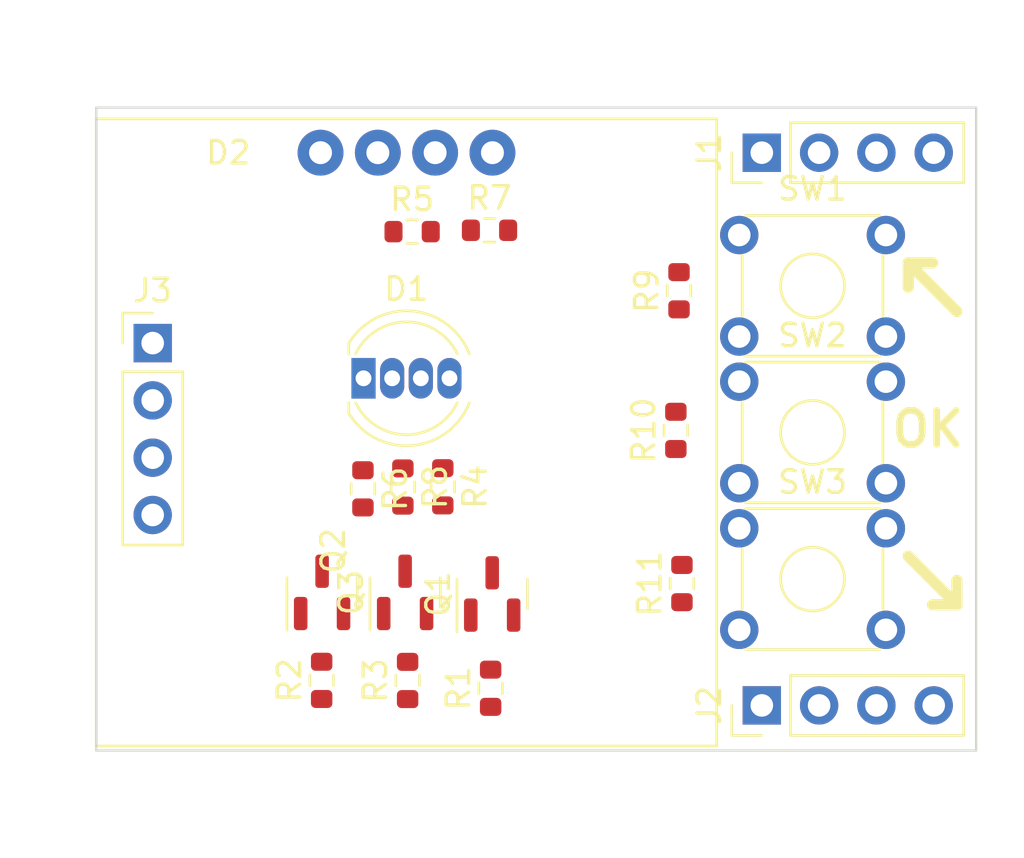
<source format=kicad_pcb>
(kicad_pcb (version 20211014) (generator pcbnew)
  (layers (0 "F.Cu" signal) (31 "B.Cu" signal) (34 "B.Paste" user) (35 "F.Paste" user) (36 "B.SilkS" user "B.Silkscreen") (37 "F.SilkS" user "F.Silkscreen") (38 "B.Mask" user) (39 "F.Mask" user) (44 "Edge.Cuts" user))
  (net 0 "")
  (net 1 "LED_R")
  (net 2 "Net-(Q1-Pad1)")
  (net 3 "LED_G")
  (net 4 "Net-(Q2-Pad1)")
  (net 5 "LED_B")
  (net 6 "Net-(Q3-Pad1)")
  (net 7 "Net-(D1-Pad4)")
  (net 8 "Net-(Q1-Pad3)")
  (net 9 "VCC")
  (net 10 "SCL")
  (net 11 "Net-(D1-Pad1)")
  (net 12 "Net-(Q2-Pad3)")
  (net 13 "SDA")
  (net 14 "Net-(D1-Pad2)")
  (net 15 "Net-(Q3-Pad3)")
  (net 16 "TACT1")
  (net 17 "TACT2")
  (net 18 "TACT3")
  (net 19 "GND")
  (net 20 "VCCL")
  (footprint "Ninja-qPCR:I2C_SSD1306_LCD" (layer "F.Cu") (at 13.75 0.5)
    (fp_text reference "D2" (at -7.9 1.5) (layer "F.SilkS"))
    (fp_text value "I2C_SSD1306_LCD")
    (fp_line (start -13.75 0) (end -13.75 27.8) (layer "F.SilkS") (width 0.12))
    (fp_line (start -13.75 0) (end 13.75 0) (layer "F.SilkS") (width 0.12))
    (fp_line (start -13.75 27.8) (end 13.75 27.8) (layer "F.SilkS") (width 0.12))
    (fp_line (start 13.75 0) (end 13.75 27.8) (layer "F.SilkS") (width 0.12))
    (pad "" np_thru_hole circle locked (at -11.75 25.8) (size 2 2) (drill 2) (layers *.Cu *.Mask))
    (pad "" np_thru_hole circle locked (at 11.75 2) (size 2 2) (drill 2) (layers *.Cu *.Mask))
    (pad "" np_thru_hole circle locked (at 11.75 25.8) (size 2 2) (drill 2) (layers *.Cu *.Mask))
    (pad "" np_thru_hole circle locked (at -11.75 2) (size 2 2) (drill 2) (layers *.Cu *.Mask))
    (pad "1" thru_hole oval locked (at -3.81 1.5) (size 2.032 2.032) (drill 1.016) (layers *.Cu *.Mask) (net 19 "GND"))
    (pad "2" thru_hole oval locked (at -1.27 1.5) (size 2.032 2.032) (drill 1.016) (layers *.Cu *.Mask) (net 9 "VCC"))
    (pad "3" thru_hole oval locked (at 1.27 1.5) (size 2.032 2.032) (drill 1.016) (layers *.Cu *.Mask) (net 10 "SCL"))
    (pad "4" thru_hole oval locked (at 3.81 1.5) (size 2.032 2.032) (drill 1.016) (layers *.Cu *.Mask) (net 13 "SDA"))
  )
  (footprint "Resistor_SMD:R_0603_1608Metric" (layer "F.Cu") (at 13.59 16.82 -90)
    (fp_text reference "R8" (at 0 -1.43 90) (layer "F.SilkS"))
    (fp_text value "R")
    (fp_line (start -0.237258 -0.5225) (end 0.237258 -0.5225) (layer "F.SilkS") (width 0.12))
    (fp_line (start -0.237258 0.5225) (end 0.237258 0.5225) (layer "F.SilkS") (width 0.12))
    (pad "1" smd roundrect (at -0.825 0 270) (size 0.8 0.95) (layers "F.Cu" "F.Paste" "F.Mask") (net 14 "Net-(D1-Pad2)"))
    (pad "2" smd roundrect (at 0.825 0 270) (size 0.8 0.95) (layers "F.Cu" "F.Paste" "F.Mask") (net 15 "Net-(Q3-Pad3)"))
  )
  (footprint "Connector_PinHeader_2.54mm:PinHeader_1x04_P2.54mm_Vertical" (layer "F.Cu") (at 29.5 2 90)
    (fp_text reference "J1" (at 0 -2.33 90) (layer "F.SilkS"))
    (fp_text value "Conn_01x04_Male")
    (fp_line (start 1.33 1.27) (end 1.33 8.95) (layer "F.SilkS") (width 0.12))
    (fp_line (start -1.33 8.95) (end 1.33 8.95) (layer "F.SilkS") (width 0.12))
    (fp_line (start -1.33 0) (end -1.33 -1.33) (layer "F.SilkS") (width 0.12))
    (fp_line (start -1.33 1.27) (end -1.33 8.95) (layer "F.SilkS") (width 0.12))
    (fp_line (start -1.33 1.27) (end 1.33 1.27) (layer "F.SilkS") (width 0.12))
    (fp_line (start -1.33 -1.33) (end 0 -1.33) (layer "F.SilkS") (width 0.12))
    (pad "1" thru_hole rect (at 0 0 90) (size 1.7 1.7) (drill 1) (layers *.Cu *.Mask) (net 9 "VCC"))
    (pad "2" thru_hole oval (at 0 2.54 90) (size 1.7 1.7) (drill 1) (layers *.Cu *.Mask) (net 10 "SCL"))
    (pad "3" thru_hole oval (at 0 5.08 90) (size 1.7 1.7) (drill 1) (layers *.Cu *.Mask) (net 13 "SDA"))
    (pad "4" thru_hole oval (at 0 7.62 90) (size 1.7 1.7) (drill 1) (layers *.Cu *.Mask) (net 19 "GND"))
  )
  (footprint "Package_TO_SOT_SMD:SOT-23" (layer "F.Cu") (at 10.01 21.49 90)
    (fp_text reference "Q2" (at 1.85 0.49 90) (layer "F.SilkS"))
    (fp_text value "Q_NPN_BEC")
    (fp_line (start 0 -1.56) (end 0.65 -1.56) (layer "F.SilkS") (width 0.12))
    (fp_line (start 0 1.56) (end 0.65 1.56) (layer "F.SilkS") (width 0.12))
    (fp_line (start 0 -1.56) (end -1.675 -1.56) (layer "F.SilkS") (width 0.12))
    (fp_line (start 0 1.56) (end -0.65 1.56) (layer "F.SilkS") (width 0.12))
    (pad "1" smd roundrect (at -0.9375 -0.95 90) (size 1.475 0.6) (layers "F.Cu" "F.Paste" "F.Mask") (net 4 "Net-(Q2-Pad1)"))
    (pad "2" smd roundrect (at -0.9375 0.95 90) (size 1.475 0.6) (layers "F.Cu" "F.Paste" "F.Mask") (net 19 "GND"))
    (pad "3" smd roundrect (at 0.9375 0 90) (size 1.475 0.6) (layers "F.Cu" "F.Paste" "F.Mask") (net 12 "Net-(Q2-Pad3)"))
  )
  (footprint "Resistor_SMD:R_0603_1608Metric" (layer "F.Cu") (at 17.43 5.44)
    (fp_text reference "R7" (at 0 -1.43) (layer "F.SilkS"))
    (fp_text value "R")
    (fp_line (start -0.237258 -0.5225) (end 0.237258 -0.5225) (layer "F.SilkS") (width 0.12))
    (fp_line (start -0.237258 0.5225) (end 0.237258 0.5225) (layer "F.SilkS") (width 0.12))
    (pad "1" smd roundrect (at -0.825 0) (size 0.8 0.95) (layers "F.Cu" "F.Paste" "F.Mask") (net 9 "VCC"))
    (pad "2" smd roundrect (at 0.825 0) (size 0.8 0.95) (layers "F.Cu" "F.Paste" "F.Mask") (net 13 "SDA"))
  )
  (footprint "Connector_PinHeader_2.54mm:PinHeader_1x04_P2.54mm_Vertical" (layer "F.Cu") (at 2.5 10.44)
    (fp_text reference "J3" (at 0 -2.33) (layer "F.SilkS"))
    (fp_text value "Conn_01x04_Male")
    (fp_line (start -1.33 -1.33) (end 0 -1.33) (layer "F.SilkS") (width 0.12))
    (fp_line (start -1.33 8.95) (end 1.33 8.95) (layer "F.SilkS") (width 0.12))
    (fp_line (start -1.33 1.27) (end -1.33 8.95) (layer "F.SilkS") (width 0.12))
    (fp_line (start -1.33 1.27) (end 1.33 1.27) (layer "F.SilkS") (width 0.12))
    (fp_line (start 1.33 1.27) (end 1.33 8.95) (layer "F.SilkS") (width 0.12))
    (fp_line (start -1.33 0) (end -1.33 -1.33) (layer "F.SilkS") (width 0.12))
    (pad "1" thru_hole rect (at 0 0) (size 1.7 1.7) (drill 1) (layers *.Cu *.Mask) (net 20 "VCCL"))
    (pad "2" thru_hole oval (at 0 2.54) (size 1.7 1.7) (drill 1) (layers *.Cu *.Mask) (net 1 "LED_R"))
    (pad "3" thru_hole oval (at 0 5.08) (size 1.7 1.7) (drill 1) (layers *.Cu *.Mask) (net 3 "LED_G"))
    (pad "4" thru_hole oval (at 0 7.62) (size 1.7 1.7) (drill 1) (layers *.Cu *.Mask) (net 5 "LED_B"))
  )
  (footprint "Resistor_SMD:R_0603_1608Metric" (layer "F.Cu") (at 9.99 25.39 90)
    (fp_text reference "R2" (at 0 -1.43 90) (layer "F.SilkS"))
    (fp_text value "10k")
    (fp_line (start -0.237258 -0.5225) (end 0.237258 -0.5225) (layer "F.SilkS") (width 0.12))
    (fp_line (start -0.237258 0.5225) (end 0.237258 0.5225) (layer "F.SilkS") (width 0.12))
    (pad "1" smd roundrect (at -0.825 0 90) (size 0.8 0.95) (layers "F.Cu" "F.Paste" "F.Mask") (net 3 "LED_G"))
    (pad "2" smd roundrect (at 0.825 0 90) (size 0.8 0.95) (layers "F.Cu" "F.Paste" "F.Mask") (net 4 "Net-(Q2-Pad1)"))
  )
  (footprint "Resistor_SMD:R_0603_1608Metric" (layer "F.Cu") (at 17.48 25.74 90)
    (fp_text reference "R1" (at 0 -1.43 90) (layer "F.SilkS"))
    (fp_text value "10k")
    (fp_line (start -0.237258 0.5225) (end 0.237258 0.5225) (layer "F.SilkS") (width 0.12))
    (fp_line (start -0.237258 -0.5225) (end 0.237258 -0.5225) (layer "F.SilkS") (width 0.12))
    (pad "1" smd roundrect (at -0.825 0 90) (size 0.8 0.95) (layers "F.Cu" "F.Paste" "F.Mask") (net 1 "LED_R"))
    (pad "2" smd roundrect (at 0.825 0 90) (size 0.8 0.95) (layers "F.Cu" "F.Paste" "F.Mask") (net 2 "Net-(Q1-Pad1)"))
  )
  (footprint "Ninja-qPCR:SW_TH_Tactile_Omron_B3F-10xx" (layer "F.Cu") (at 28.5 18.65)
    (fp_text reference "SW3" (at 3.25 -2.05) (layer "F.SilkS"))
    (fp_text value "TACTILE_4")
    (fp_line (start 0.28 -0.87) (end 6.22 -0.87) (layer "F.SilkS") (width 0.12))
    (fp_line (start 0.13 3.59) (end 0.13 0.91) (layer "F.SilkS") (width 0.12))
    (fp_line (start 0.28 5.37) (end 6.22 5.37) (layer "F.SilkS") (width 0.12))
    (fp_line (start 6.37 0.91) (end 6.37 3.59) (layer "F.SilkS") (width 0.12))
    (fp_circle (center 3.25 2.25) (end 4.25 3.25) (layer "F.SilkS") (width 0.12) (fill none))
    (pad "1" thru_hole circle locked (at 0 0) (size 1.7 1.7) (drill 1) (layers *.Cu *.Mask) (net 18 "TACT3"))
    (pad "2" thru_hole circle locked (at 6.5 0) (size 1.7 1.7) (drill 1) (layers *.Cu *.Mask) (net 18 "TACT3"))
    (pad "3" thru_hole circle locked (at 0 4.5) (size 1.7 1.7) (drill 1) (layers *.Cu *.Mask) (net 19 "GND"))
    (pad "4" thru_hole circle locked (at 6.5 4.5) (size 1.7 1.7) (drill 1) (layers *.Cu *.Mask) (net 19 "GND"))
  )
  (footprint "Resistor_SMD:R_0603_1608Metric" (layer "F.Cu") (at 13.8 25.395 90)
    (fp_text reference "R3" (at 0 -1.43 90) (layer "F.SilkS"))
    (fp_text value "10k")
    (fp_line (start -0.237258 -0.5225) (end 0.237258 -0.5225) (layer "F.SilkS") (width 0.12))
    (fp_line (start -0.237258 0.5225) (end 0.237258 0.5225) (layer "F.SilkS") (width 0.12))
    (pad "1" smd roundrect (at -0.825 0 90) (size 0.8 0.95) (layers "F.Cu" "F.Paste" "F.Mask") (net 5 "LED_B"))
    (pad "2" smd roundrect (at 0.825 0 90) (size 0.8 0.95) (layers "F.Cu" "F.Paste" "F.Mask") (net 6 "Net-(Q3-Pad1)"))
  )
  (footprint "Package_TO_SOT_SMD:SOT-23" (layer "F.Cu") (at 13.69 21.49 90)
    (fp_text reference "Q3" (at 0 -2.4 90) (layer "F.SilkS"))
    (fp_text value "Q_NPN_BEC")
    (fp_line (start 0 -1.56) (end -1.675 -1.56) (layer "F.SilkS") (width 0.12))
    (fp_line (start 0 1.56) (end -0.65 1.56) (layer "F.SilkS") (width 0.12))
    (fp_line (start 0 1.56) (end 0.65 1.56) (layer "F.SilkS") (width 0.12))
    (fp_line (start 0 -1.56) (end 0.65 -1.56) (layer "F.SilkS") (width 0.12))
    (pad "1" smd roundrect (at -0.9375 -0.95 90) (size 1.475 0.6) (layers "F.Cu" "F.Paste" "F.Mask") (net 6 "Net-(Q3-Pad1)"))
    (pad "2" smd roundrect (at -0.9375 0.95 90) (size 1.475 0.6) (layers "F.Cu" "F.Paste" "F.Mask") (net 19 "GND"))
    (pad "3" smd roundrect (at 0.9375 0 90) (size 1.475 0.6) (layers "F.Cu" "F.Paste" "F.Mask") (net 15 "Net-(Q3-Pad3)"))
  )
  (footprint "Resistor_SMD:R_0603_1608Metric" (layer "F.Cu") (at 15.36 16.81 -90)
    (fp_text reference "R4" (at 0 -1.43 90) (layer "F.SilkS"))
    (fp_text value "R")
    (fp_line (start -0.237258 0.5225) (end 0.237258 0.5225) (layer "F.SilkS") (width 0.12))
    (fp_line (start -0.237258 -0.5225) (end 0.237258 -0.5225) (layer "F.SilkS") (width 0.12))
    (pad "1" smd roundrect (at -0.825 0 270) (size 0.8 0.95) (layers "F.Cu" "F.Paste" "F.Mask") (net 7 "Net-(D1-Pad4)"))
    (pad "2" smd roundrect (at 0.825 0 270) (size 0.8 0.95) (layers "F.Cu" "F.Paste" "F.Mask") (net 8 "Net-(Q1-Pad3)"))
  )
  (footprint "LED_THT:LED_D5.0mm-4_RGB" (layer "F.Cu") (at 11.845 11.999999)
    (fp_text reference "D1" (at 1.905 -3.96) (layer "F.SilkS"))
    (fp_text value "LED_GBAR")
    (fp_line (start -0.655 -1.545) (end -0.655 -1.08) (layer "F.SilkS") (width 0.12))
    (fp_line (start -0.655 1.08) (end -0.655 1.545) (layer "F.SilkS") (width 0.12))
    (fp_arc (start -0.655 -1.54483) (mid 2.163456 -2.978809) (end 4.692815 -1.080827) (layer "F.SilkS") (width 0.12))
    (fp_arc (start 4.159479 1.080429) (mid 1.904762 2.5) (end -0.349684 1.08) (layer "F.SilkS") (width 0.12))
    (fp_arc (start -0.349684 -1.08) (mid 1.904762 -2.5) (end 4.159479 -1.080429) (layer "F.SilkS") (width 0.12))
    (fp_arc (start 4.692815 1.080827) (mid 2.163456 2.978808) (end -0.655 1.54483) (layer "F.SilkS") (width 0.12))
    (pad "1" thru_hole rect (at 0 0) (size 1.07 1.8) (drill 0.7) (layers *.Cu *.Mask) (net 11 "Net-(D1-Pad1)"))
    (pad "2" thru_hole oval (at 1.27 0) (size 1.07 1.8) (drill 0.7) (layers *.Cu *.Mask) (net 14 "Net-(D1-Pad2)"))
    (pad "3" thru_hole oval (at 2.54 0) (size 1.07 1.8) (drill 0.7) (layers *.Cu *.Mask) (net 20 "VCCL"))
    (pad "4" thru_hole oval (at 3.81 0) (size 1.07 1.8) (drill 0.7) (layers *.Cu *.Mask) (net 7 "Net-(D1-Pad4)"))
  )
  (footprint "Resistor_SMD:R_0603_1608Metric" (layer "F.Cu") (at 25.96 21.1 90)
    (fp_text reference "R11" (at 0 -1.43 90) (layer "F.SilkS"))
    (fp_text value "100k")
    (fp_line (start -0.237258 -0.5225) (end 0.237258 -0.5225) (layer "F.SilkS") (width 0.12))
    (fp_line (start -0.237258 0.5225) (end 0.237258 0.5225) (layer "F.SilkS") (width 0.12))
    (pad "1" smd roundrect (at -0.825 0 90) (size 0.8 0.95) (layers "F.Cu" "F.Paste" "F.Mask") (net 9 "VCC"))
    (pad "2" smd roundrect (at 0.825 0 90) (size 0.8 0.95) (layers "F.Cu" "F.Paste" "F.Mask") (net 18 "TACT3"))
  )
  (footprint "Package_TO_SOT_SMD:SOT-23" (layer "F.Cu") (at 17.55 21.56 90)
    (fp_text reference "Q1" (at 0 -2.4 90) (layer "F.SilkS"))
    (fp_text value "Q_NPN_BEC")
    (fp_line (start 0 1.56) (end 0.65 1.56) (layer "F.SilkS") (width 0.12))
    (fp_line (start 0 1.56) (end -0.65 1.56) (layer "F.SilkS") (width 0.12))
    (fp_line (start 0 -1.56) (end 0.65 -1.56) (layer "F.SilkS") (width 0.12))
    (fp_line (start 0 -1.56) (end -1.675 -1.56) (layer "F.SilkS") (width 0.12))
    (pad "1" smd roundrect (at -0.9375 -0.95 90) (size 1.475 0.6) (layers "F.Cu" "F.Paste" "F.Mask") (net 2 "Net-(Q1-Pad1)"))
    (pad "2" smd roundrect (at -0.9375 0.95 90) (size 1.475 0.6) (layers "F.Cu" "F.Paste" "F.Mask") (net 19 "GND"))
    (pad "3" smd roundrect (at 0.9375 0 90) (size 1.475 0.6) (layers "F.Cu" "F.Paste" "F.Mask") (net 8 "Net-(Q1-Pad3)"))
  )
  (footprint "Resistor_SMD:R_0603_1608Metric" (layer "F.Cu") (at 14 5.5)
    (fp_text reference "R5" (at 0 -1.43) (layer "F.SilkS"))
    (fp_text value "R")
    (fp_line (start -0.237258 -0.5225) (end 0.237258 -0.5225) (layer "F.SilkS") (width 0.12))
    (fp_line (start -0.237258 0.5225) (end 0.237258 0.5225) (layer "F.SilkS") (width 0.12))
    (pad "1" smd roundrect (at -0.825 0) (size 0.8 0.95) (layers "F.Cu" "F.Paste" "F.Mask") (net 9 "VCC"))
    (pad "2" smd roundrect (at 0.825 0) (size 0.8 0.95) (layers "F.Cu" "F.Paste" "F.Mask") (net 10 "SCL"))
  )
  (footprint "Resistor_SMD:R_0603_1608Metric" (layer "F.Cu") (at 25.83 8.12 90)
    (fp_text reference "R9" (at 0 -1.43 90) (layer "F.SilkS"))
    (fp_text value "100k")
    (fp_line (start -0.237258 0.5225) (end 0.237258 0.5225) (layer "F.SilkS") (width 0.12))
    (fp_line (start -0.237258 -0.5225) (end 0.237258 -0.5225) (layer "F.SilkS") (width 0.12))
    (pad "1" smd roundrect (at -0.825 0 90) (size 0.8 0.95) (layers "F.Cu" "F.Paste" "F.Mask") (net 9 "VCC"))
    (pad "2" smd roundrect (at 0.825 0 90) (size 0.8 0.95) (layers "F.Cu" "F.Paste" "F.Mask") (net 16 "TACT1"))
  )
  (footprint "Ninja-qPCR:SW_TH_Tactile_Omron_B3F-10xx" (layer "F.Cu") (at 28.5 12.15)
    (fp_text reference "SW2" (at 3.25 -2.05) (layer "F.SilkS"))
    (fp_text value "TACTILE_4")
    (fp_line (start 0.28 5.37) (end 6.22 5.37) (layer "F.SilkS") (width 0.12))
    (fp_line (start 0.28 -0.87) (end 6.22 -0.87) (layer "F.SilkS") (width 0.12))
    (fp_line (start 6.37 0.91) (end 6.37 3.59) (layer "F.SilkS") (width 0.12))
    (fp_line (start 0.13 3.59) (end 0.13 0.91) (layer "F.SilkS") (width 0.12))
    (fp_circle (center 3.25 2.25) (end 4.25 3.25) (layer "F.SilkS") (width 0.12) (fill none))
    (pad "1" thru_hole circle locked (at 0 0) (size 1.7 1.7) (drill 1) (layers *.Cu *.Mask) (net 17 "TACT2"))
    (pad "2" thru_hole circle locked (at 6.5 0) (size 1.7 1.7) (drill 1) (layers *.Cu *.Mask) (net 17 "TACT2"))
    (pad "3" thru_hole circle locked (at 0 4.5) (size 1.7 1.7) (drill 1) (layers *.Cu *.Mask) (net 19 "GND"))
    (pad "4" thru_hole circle locked (at 6.5 4.5) (size 1.7 1.7) (drill 1) (layers *.Cu *.Mask) (net 19 "GND"))
  )
  (footprint "Ninja-qPCR:SW_TH_Tactile_Omron_B3F-10xx" (layer "F.Cu") (at 28.5 5.65)
    (fp_text reference "SW1" (at 3.25 -2.05) (layer "F.SilkS"))
    (fp_text value "TACTILE_4")
    (fp_line (start 0.13 3.59) (end 0.13 0.91) (layer "F.SilkS") (width 0.12))
    (fp_line (start 6.37 0.91) (end 6.37 3.59) (layer "F.SilkS") (width 0.12))
    (fp_line (start 0.28 5.37) (end 6.22 5.37) (layer "F.SilkS") (width 0.12))
    (fp_line (start 0.28 -0.87) (end 6.22 -0.87) (layer "F.SilkS") (width 0.12))
    (fp_circle (center 3.25 2.25) (end 4.25 3.25) (layer "F.SilkS") (width 0.12) (fill none))
    (pad "1" thru_hole circle locked (at 0 0) (size 1.7 1.7) (drill 1) (layers *.Cu *.Mask) (net 16 "TACT1"))
    (pad "2" thru_hole circle locked (at 6.5 0) (size 1.7 1.7) (drill 1) (layers *.Cu *.Mask) (net 16 "TACT1"))
    (pad "3" thru_hole circle locked (at 0 4.5) (size 1.7 1.7) (drill 1) (layers *.Cu *.Mask) (net 19 "GND"))
    (pad "4" thru_hole circle locked (at 6.5 4.5) (size 1.7 1.7) (drill 1) (layers *.Cu *.Mask) (net 19 "GND"))
  )
  (footprint "Resistor_SMD:R_0603_1608Metric" (layer "F.Cu") (at 11.82 16.9 -90)
    (fp_text reference "R6" (at 0 -1.43 90) (layer "F.SilkS"))
    (fp_text value "R")
    (fp_line (start -0.237258 0.5225) (end 0.237258 0.5225) (layer "F.SilkS") (width 0.12))
    (fp_line (start -0.237258 -0.5225) (end 0.237258 -0.5225) (layer "F.SilkS") (width 0.12))
    (pad "1" smd roundrect (at -0.825 0 270) (size 0.8 0.95) (layers "F.Cu" "F.Paste" "F.Mask") (net 11 "Net-(D1-Pad1)"))
    (pad "2" smd roundrect (at 0.825 0 270) (size 0.8 0.95) (layers "F.Cu" "F.Paste" "F.Mask") (net 12 "Net-(Q2-Pad3)"))
  )
  (footprint "Connector_PinHeader_2.54mm:PinHeader_1x04_P2.54mm_Vertical" (layer "F.Cu") (at 29.5 26.5 90)
    (fp_text reference "J2" (at 0 -2.33 90) (layer "F.SilkS"))
    (fp_text value "Conn_01x04_Male")
    (fp_line (start -1.33 8.95) (end 1.33 8.95) (layer "F.SilkS") (width 0.12))
    (fp_line (start -1.33 0) (end -1.33 -1.33) (layer "F.SilkS") (width 0.12))
    (fp_line (start -1.33 1.27) (end -1.33 8.95) (layer "F.SilkS") (width 0.12))
    (fp_line (start -1.33 1.27) (end 1.33 1.27) (layer "F.SilkS") (width 0.12))
    (fp_line (start -1.33 -1.33) (end 0 -1.33) (layer "F.SilkS") (width 0.12))
    (fp_line (start 1.33 1.27) (end 1.33 8.95) (layer "F.SilkS") (width 0.12))
    (pad "1" thru_hole rect (at 0 0 90) (size 1.7 1.7) (drill 1) (layers *.Cu *.Mask) (net 18 "TACT3"))
    (pad "2" thru_hole oval (at 0 2.54 90) (size 1.7 1.7) (drill 1) (layers *.Cu *.Mask) (net 17 "TACT2"))
    (pad "3" thru_hole oval (at 0 5.08 90) (size 1.7 1.7) (drill 1) (layers *.Cu *.Mask) (net 16 "TACT1"))
    (pad "4" thru_hole oval (at 0 7.62 90) (size 1.7 1.7) (drill 1) (layers *.Cu *.Mask) (net 19 "GND"))
  )
  (footprint "Resistor_SMD:R_0603_1608Metric" (layer "F.Cu") (at 25.69 14.31 90)
    (fp_text reference "R10" (at 0 -1.43 90) (layer "F.SilkS"))
    (fp_text value "100k")
    (fp_line (start -0.237258 0.5225) (end 0.237258 0.5225) (layer "F.SilkS") (width 0.12))
    (fp_line (start -0.237258 -0.5225) (end 0.237258 -0.5225) (layer "F.SilkS") (width 0.12))
    (pad "1" smd roundrect (at -0.825 0 90) (size 0.8 0.95) (layers "F.Cu" "F.Paste" "F.Mask") (net 9 "VCC"))
    (pad "2" smd roundrect (at 0.825 0 90) (size 0.8 0.95) (layers "F.Cu" "F.Paste" "F.Mask") (net 17 "TACT2"))
  )
  (gr_line (start 0 0) (end 0 28.5) (layer "Edge.Cuts") (width 0.1))
  (gr_line (start 39 0) (end 0 0) (layer "Edge.Cuts") (width 0.1))
  (gr_line (start 0 28.5) (end 39 28.5) (layer "Edge.Cuts") (width 0.1))
  (gr_line (start 39 28.5) (end 39 0) (layer "Edge.Cuts") (width 0.1))
  (gr_text "↑" (at 36.86 7.75 45) (layer "F.SilkS") (effects (font (size 4 4) (thickness 0.5))))
  (gr_text "↓" (at 36.86 20.75 45) (layer "F.SilkS") (effects (font (size 4 4) (thickness 0.5))))
  (gr_text "OK" (at 36.86 14.25) (layer "F.SilkS") (effects (font (size 1.5 1.5) (thickness 0.3))))
)
</source>
